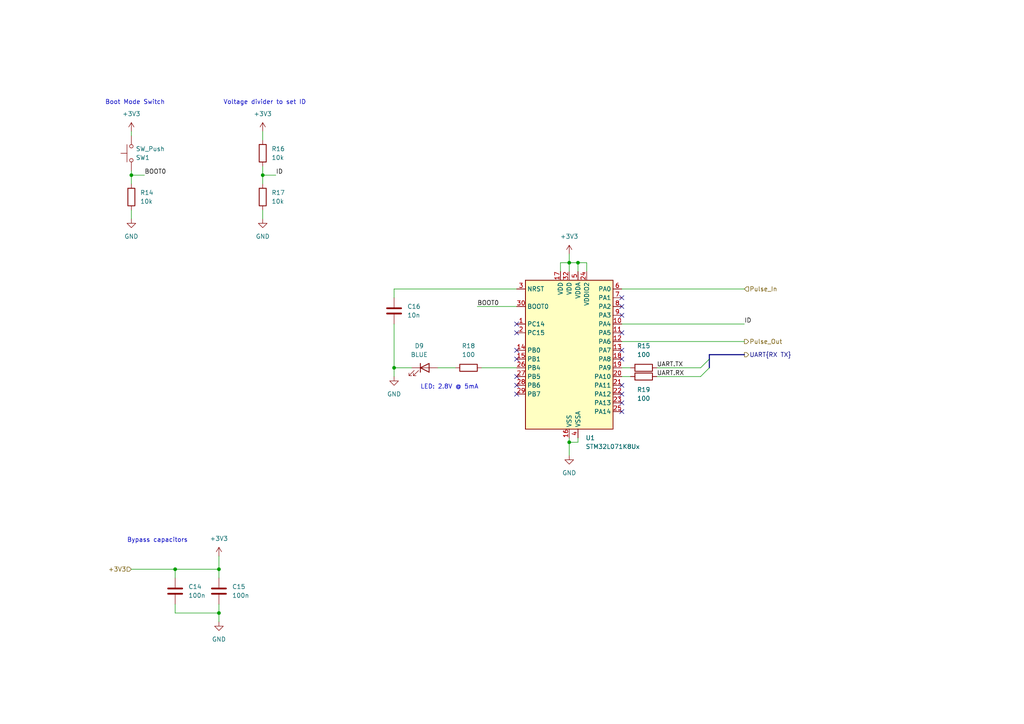
<source format=kicad_sch>
(kicad_sch (version 20230121) (generator eeschema)
  (paper "A4")
  (title_block (title "Processor") (rev "A") (company "Sebastian Oberschwendtner") (comment 1 "OTP-24 oTrain Control - Rail Transceiver") (comment 2 "www.github.com/SebastianOberschwendtner/OTP24-oTrainControl"))
  (lib_symbols
    (symbol "Device:C" (pin_numbers hide) (pin_names (offset 0.254))
      (property "Reference" "C" (at 0.635 2.54 0))
      (property "Value" "C" (at 0.635 -2.54 0))
      (symbol "C_0_1"
        (polyline (pts (xy -2.032 -0.762) (xy 2.032 -0.762)) (stroke (width 0.508)))
        (polyline (pts (xy -2.032 0.762) (xy 2.032 0.762)) (stroke (width 0.508)))
      )
      (symbol "C_1_1"
        (pin passive line (at 0 3.81 270) (length 2.794) (name "~") (number "1"))
        (pin passive line (at 0 -3.81 90) (length 2.794) (name "~") (number "2"))
      )
    )
    (symbol "Device:LED" (pin_numbers hide) (pin_names (offset 1.016) hide)
      (property "Reference" "D" (at 0 2.54 0))
      (property "Value" "LED" (at 0 -2.54 0))
      (symbol "LED_0_1"
        (polyline (pts (xy -1.27 -1.27) (xy -1.27 1.27)) (stroke (width 0.254)))
        (polyline (pts (xy -1.27 0) (xy 1.27 0)))
        (polyline (pts (xy 1.27 -1.27) (xy 1.27 1.27) (xy -1.27 0) (xy 1.27 -1.27)) (stroke (width 0.254)))
        (polyline (pts (xy -3.048 -0.762) (xy -4.572 -2.286) (xy -3.81 -2.286) (xy -4.572 -2.286) (xy -4.572 -1.524)))
        (polyline (pts (xy -1.778 -0.762) (xy -3.302 -2.286) (xy -2.54 -2.286) (xy -3.302 -2.286) (xy -3.302 -1.524)))
      )
      (symbol "LED_1_1"
        (pin passive line (at -3.81 0 0) (length 2.54) (name "K") (number "1"))
        (pin passive line (at 3.81 0 180) (length 2.54) (name "A") (number "2"))
      )
    )
    (symbol "Device:R" (pin_numbers hide) (pin_names (offset 0))
      (property "Reference" "R" (at 2.032 0 90))
      (property "Value" "R" (at 0 0 90))
      (symbol "R_0_1"
        (rectangle (start -1.016 -2.54) (end 1.016 2.54) (stroke (width 0.254)))
      )
      (symbol "R_1_1"
        (pin passive line (at 0 3.81 270) (length 1.27) (name "~") (number "1"))
        (pin passive line (at 0 -3.81 90) (length 1.27) (name "~") (number "2"))
      )
    )
    (symbol "MCU_ST_STM32L0:STM32L071K8Ux"
      (property "Reference" "U" (at -12.7 24.13 0))
      (property "Value" "STM32L071K8Ux" (at 7.62 24.13 0))
      (symbol "STM32L071K8Ux_0_1"
        (rectangle (start -12.7 -20.32) (end 12.7 22.86) (stroke (width 0.254)) (fill (type background)))
      )
      (symbol "STM32L071K8Ux_1_1"
        (pin bidirectional line (at -15.24 10.16 0) (length 2.54) (name "PC14") (number "1"))
        (pin bidirectional line (at 15.24 10.16 180) (length 2.54) (name "PA4") (number "10"))
        (pin bidirectional line (at 15.24 7.62 180) (length 2.54) (name "PA5") (number "11"))
        (pin bidirectional line (at 15.24 5.08 180) (length 2.54) (name "PA6") (number "12"))
        (pin bidirectional line (at 15.24 2.54 180) (length 2.54) (name "PA7") (number "13"))
        (pin bidirectional line (at -15.24 2.54 0) (length 2.54) (name "PB0") (number "14"))
        (pin bidirectional line (at -15.24 0 0) (length 2.54) (name "PB1") (number "15"))
        (pin power_in line (at 0 -22.86 90) (length 2.54) (name "VSS") (number "16"))
        (pin power_in line (at -2.54 25.4 270) (length 2.54) (name "VDD") (number "17"))
        (pin bidirectional line (at 15.24 0 180) (length 2.54) (name "PA8") (number "18"))
        (pin bidirectional line (at 15.24 -2.54 180) (length 2.54) (name "PA9") (number "19"))
        (pin bidirectional line (at -15.24 7.62 0) (length 2.54) (name "PC15") (number "2"))
        (pin bidirectional line (at 15.24 -5.08 180) (length 2.54) (name "PA10") (number "20"))
        (pin bidirectional line (at 15.24 -7.62 180) (length 2.54) (name "PA11") (number "21"))
        (pin bidirectional line (at 15.24 -10.16 180) (length 2.54) (name "PA12") (number "22"))
        (pin bidirectional line (at 15.24 -12.7 180) (length 2.54) (name "PA13") (number "23"))
        (pin power_in line (at 5.08 25.4 270) (length 2.54) (name "VDDIO2") (number "24"))
        (pin bidirectional line (at 15.24 -15.24 180) (length 2.54) (name "PA14") (number "25"))
        (pin bidirectional line (at -15.24 -2.54 0) (length 2.54) (name "PB4") (number "26"))
        (pin bidirectional line (at -15.24 -5.08 0) (length 2.54) (name "PB5") (number "27"))
        (pin bidirectional line (at -15.24 -7.62 0) (length 2.54) (name "PB6") (number "28"))
        (pin bidirectional line (at -15.24 -10.16 0) (length 2.54) (name "PB7") (number "29"))
        (pin input line (at -15.24 20.32 0) (length 2.54) (name "NRST") (number "3"))
        (pin input line (at -15.24 15.24 0) (length 2.54) (name "BOOT0") (number "30"))
        (pin passive line (at 0 -22.86 90) (length 2.54) hide (name "VSS") (number "31"))
        (pin power_in line (at 0 25.4 270) (length 2.54) (name "VDD") (number "32"))
        (pin passive line (at 0 -22.86 90) (length 2.54) hide (name "VSS") (number "33"))
        (pin power_in line (at 2.54 -22.86 90) (length 2.54) (name "VSSA") (number "4"))
        (pin power_in line (at 2.54 25.4 270) (length 2.54) (name "VDDA") (number "5"))
        (pin bidirectional line (at 15.24 20.32 180) (length 2.54) (name "PA0") (number "6"))
        (pin bidirectional line (at 15.24 17.78 180) (length 2.54) (name "PA1") (number "7"))
        (pin bidirectional line (at 15.24 15.24 180) (length 2.54) (name "PA2") (number "8"))
        (pin bidirectional line (at 15.24 12.7 180) (length 2.54) (name "PA3") (number "9"))
      )
    )
    (symbol "Switch:SW_Push" (pin_numbers hide) (pin_names (offset 1.016) hide)
      (property "Reference" "SW" (at 1.27 2.54 0))
      (property "Value" "SW_Push" (at 0 -1.524 0))
      (symbol "SW_Push_0_1"
        (circle (center -2.032 0) (radius 0.508))
        (polyline (pts (xy 0 1.27) (xy 0 3.048)))
        (polyline (pts (xy 2.54 1.27) (xy -2.54 1.27)))
        (circle (center 2.032 0) (radius 0.508))
        (pin passive line (at -5.08 0 0) (length 2.54) (name "1") (number "1"))
        (pin passive line (at 5.08 0 180) (length 2.54) (name "2") (number "2"))
      )
    )
    (symbol "power:+3V3" (power) (pin_names (offset 0))
      (property "Value" "+3V3" (at 0 3.556 0))
      (symbol "+3V3_0_1"
        (polyline (pts (xy -0.762 1.27) (xy 0 2.54)))
        (polyline (pts (xy 0 0) (xy 0 2.54)))
        (polyline (pts (xy 0 2.54) (xy 0.762 1.27)))
      )
      (symbol "+3V3_1_1"
        (pin power_in line (at 0 0 90) (length 0) hide (name "+3V3") (number "1"))
      )
    )
    (symbol "power:GND" (power) (pin_names (offset 0))
      (property "Value" "GND" (at 0 -3.81 0))
      (symbol "GND_0_1"
        (polyline (pts (xy 0 0) (xy 0 -1.27) (xy 1.27 -1.27) (xy 0 -2.54) (xy -1.27 -1.27) (xy 0 -1.27)))
      )
      (symbol "GND_1_1"
        (pin power_in line (at 0 0 270) (length 0) hide (name "GND") (number "1"))
      )
    )
  )
  (junction (at 63.5 165.1))
  (junction (at 63.5 177.8))
  (junction (at 167.64 76.2))
  (junction (at 165.1 128.27))
  (junction (at 114.3 106.68))
  (junction (at 50.8 165.1))
  (junction (at 76.2 50.8))
  (junction (at 165.1 76.2))
  (junction (at 38.1 50.8))
  (no_connect (at 149.86 101.6))
  (no_connect (at 180.34 116.84))
  (no_connect (at 180.34 91.44))
  (no_connect (at 149.86 96.52))
  (no_connect (at 149.86 93.98))
  (no_connect (at 149.86 104.14))
  (no_connect (at 180.34 86.36))
  (no_connect (at 180.34 101.6))
  (no_connect (at 180.34 114.3))
  (no_connect (at 180.34 111.76))
  (no_connect (at 180.34 119.38))
  (no_connect (at 180.34 96.52))
  (no_connect (at 149.86 109.22))
  (no_connect (at 149.86 111.76))
  (no_connect (at 149.86 114.3))
  (no_connect (at 180.34 104.14))
  (no_connect (at 180.34 88.9))
  (bus_entry (at 205.74 104.14) (size -2.54 2.54))
  (bus_entry (at 205.74 106.68) (size -2.54 2.54))
  (wire (pts (xy 50.8 175.26) (xy 50.8 177.8)))
  (wire (pts (xy 76.2 50.8) (xy 76.2 53.34)))
  (wire (pts (xy 170.18 78.74) (xy 170.18 76.2)))
  (wire (pts (xy 38.1 49.53) (xy 38.1 50.8)))
  (wire (pts (xy 180.34 109.22) (xy 182.88 109.22)))
  (wire (pts (xy 190.5 106.68) (xy 203.2 106.68)))
  (wire (pts (xy 63.5 177.8) (xy 50.8 177.8)))
  (wire (pts (xy 114.3 106.68) (xy 119.38 106.68)))
  (wire (pts (xy 114.3 106.68) (xy 114.3 109.22)))
  (wire (pts (xy 180.34 83.82) (xy 215.9 83.82)))
  (wire (pts (xy 167.64 128.27) (xy 165.1 128.27)))
  (wire (pts (xy 38.1 38.1) (xy 38.1 39.37)))
  (wire (pts (xy 76.2 60.96) (xy 76.2 63.5)))
  (wire (pts (xy 165.1 76.2) (xy 162.56 76.2)))
  (wire (pts (xy 38.1 60.96) (xy 38.1 63.5)))
  (wire (pts (xy 170.18 76.2) (xy 167.64 76.2)))
  (wire (pts (xy 138.43 88.9) (xy 149.86 88.9)))
  (wire (pts (xy 180.34 93.98) (xy 215.9 93.98)))
  (wire (pts (xy 167.64 78.74) (xy 167.64 76.2)))
  (wire (pts (xy 162.56 76.2) (xy 162.56 78.74)))
  (wire (pts (xy 50.8 165.1) (xy 50.8 167.64)))
  (bus (pts (xy 215.9 102.87) (xy 205.74 102.87)))
  (wire (pts (xy 165.1 73.66) (xy 165.1 76.2)))
  (wire (pts (xy 180.34 106.68) (xy 182.88 106.68)))
  (wire (pts (xy 165.1 78.74) (xy 165.1 76.2)))
  (wire (pts (xy 167.64 127) (xy 167.64 128.27)))
  (wire (pts (xy 63.5 165.1) (xy 63.5 167.64)))
  (wire (pts (xy 63.5 161.29) (xy 63.5 165.1)))
  (wire (pts (xy 63.5 177.8) (xy 63.5 180.34)))
  (wire (pts (xy 63.5 175.26) (xy 63.5 177.8)))
  (wire (pts (xy 114.3 83.82) (xy 149.86 83.82)))
  (wire (pts (xy 38.1 165.1) (xy 50.8 165.1)))
  (wire (pts (xy 76.2 38.1) (xy 76.2 40.64)))
  (bus (pts (xy 205.74 104.14) (xy 205.74 106.68)))
  (wire (pts (xy 180.34 99.06) (xy 215.9 99.06)))
  (wire (pts (xy 114.3 86.36) (xy 114.3 83.82)))
  (wire (pts (xy 38.1 50.8) (xy 41.91 50.8)))
  (wire (pts (xy 139.7 106.68) (xy 149.86 106.68)))
  (wire (pts (xy 165.1 127) (xy 165.1 128.27)))
  (wire (pts (xy 190.5 109.22) (xy 203.2 109.22)))
  (wire (pts (xy 76.2 48.26) (xy 76.2 50.8)))
  (wire (pts (xy 50.8 165.1) (xy 63.5 165.1)))
  (wire (pts (xy 165.1 128.27) (xy 165.1 132.08)))
  (bus (pts (xy 205.74 102.87) (xy 205.74 104.14)))
  (wire (pts (xy 167.64 76.2) (xy 165.1 76.2)))
  (wire (pts (xy 114.3 93.98) (xy 114.3 106.68)))
  (wire (pts (xy 80.01 50.8) (xy 76.2 50.8)))
  (wire (pts (xy 38.1 50.8) (xy 38.1 53.34)))
  (wire (pts (xy 127 106.68) (xy 132.08 106.68)))
  (text "Bypass capacitors" (at 36.83 157.48 0) (effects (font (size 1.27 1.27)) (justify left bottom)))
  (text "Voltage divider to set ID" (at 64.77 30.48 0) (effects (font (size 1.27 1.27)) (justify left bottom)))
  (text "Boot Mode Switch" (at 30.48 30.48 0) (effects (font (size 1.27 1.27)) (justify left bottom)))
  (text "LED: 2.8V @ 5mA" (at 121.92 113.03 0) (effects (font (size 1.27 1.27)) (justify left bottom)))
  (label "ID" (at 215.9 93.98 0))
  (label "ID" (at 80.01 50.8 0))
  (label "BOOT0" (at 138.43 88.9 0))
  (label "BOOT0" (at 41.91 50.8 0))
  (label "UART.TX" (at 190.5 106.68 0))
  (label "UART.RX" (at 190.5 109.22 0))
  (hierarchical_label "Pulse_In" (shape input) (at 215.9 83.82 0))
  (hierarchical_label "+3V3" (shape input) (at 38.1 165.1 180))
  (hierarchical_label "Pulse_Out" (shape output) (at 215.9 99.06 0))
  (hierarchical_label "UART{RX TX}" (shape output) (at 215.9 102.87 0))
  (symbol (lib_id "Device:C") (at 114.3 90.17 0) (unit 1)
    (property "Reference" "C16" (at 118.11 88.9 0) (effects (justify left)))
    (property "Value" "10n" (at 118.11 91.44 0) (effects (justify left)))
    (property "Footprint" "Capacitor_SMD:C_0805_2012Metric_Pad1.18x1.45mm_HandSolder" (effects hide))
  )
  (symbol (lib_id "power:+3V3") (at 63.5 161.29 0) (unit 1)
    (property "Reference" "#PWR028" (effects hide))
    (property "Value" "+3V3" (at 63.5 156.21 0))
  )
  (symbol (lib_id "Device:R") (at 76.2 44.45 180) (unit 1)
    (property "Reference" "R16" (at 78.74 43.18 0) (effects (justify right)))
    (property "Value" "10k" (at 78.74 45.72 0) (effects (justify right)))
    (property "Footprint" "Resistor_SMD:R_0805_2012Metric_Pad1.20x1.40mm_HandSolder" (effects hide))
  )
  (symbol (lib_id "power:GND") (at 114.3 109.22 0) (unit 1)
    (property "Reference" "#PWR027" (effects hide))
    (property "Value" "GND" (at 114.3 114.3 0))
  )
  (symbol (lib_id "Device:R") (at 135.89 106.68 270) (unit 1)
    (property "Reference" "R18" (at 135.89 100.33 90))
    (property "Value" "100" (at 135.89 102.87 90))
    (property "Footprint" "Resistor_SMD:R_0805_2012Metric_Pad1.20x1.40mm_HandSolder" (effects hide))
  )
  (symbol (lib_id "Device:R") (at 186.69 109.22 270) (unit 1)
    (property "Reference" "R19" (at 186.69 113.03 90))
    (property "Value" "100" (at 186.69 115.57 90))
    (property "Footprint" "Resistor_SMD:R_0805_2012Metric_Pad1.20x1.40mm_HandSolder" (effects hide))
  )
  (symbol (lib_id "power:+3V3") (at 165.1 73.66 0) (unit 1)
    (property "Reference" "#PWR029" (effects hide))
    (property "Value" "+3V3" (at 165.1 68.58 0))
  )
  (symbol (lib_id "Device:R") (at 186.69 106.68 270) (unit 1)
    (property "Reference" "R15" (at 186.69 100.33 90))
    (property "Value" "100" (at 186.69 102.87 90))
    (property "Footprint" "Resistor_SMD:R_0805_2012Metric_Pad1.20x1.40mm_HandSolder" (effects hide))
  )
  (symbol (lib_id "power:+3V3") (at 76.2 38.1 0) (unit 1)
    (property "Reference" "#PWR024" (effects hide))
    (property "Value" "+3V3" (at 76.2 33.02 0))
  )
  (symbol (lib_id "Switch:SW_Push") (at 38.1 44.45 90) (mirror x) (unit 1)
    (property "Reference" "SW1" (at 39.37 45.72 90) (effects (justify right)))
    (property "Value" "SW_Push" (at 39.37 43.18 90) (effects (justify right)))
    (property "Footprint" "Button_Switch_SMD_Extended:SW_SPST_Wuerth_WS-TASU_SMT" (effects hide))
  )
  (symbol (lib_id "power:GND") (at 63.5 180.34 0) (unit 1)
    (property "Reference" "#PWR026" (effects hide))
    (property "Value" "GND" (at 63.5 185.42 0))
  )
  (symbol (lib_id "Device:R") (at 76.2 57.15 180) (unit 1)
    (property "Reference" "R17" (at 78.74 55.88 0) (effects (justify right)))
    (property "Value" "10k" (at 78.74 58.42 0) (effects (justify right)))
    (property "Footprint" "Resistor_SMD:R_0805_2012Metric_Pad1.20x1.40mm_HandSolder" (effects hide))
  )
  (symbol (lib_id "power:+3V3") (at 38.1 38.1 0) (unit 1)
    (property "Reference" "#PWR023" (effects hide))
    (property "Value" "+3V3" (at 38.1 33.02 0))
  )
  (symbol (lib_id "power:GND") (at 76.2 63.5 0) (unit 1)
    (property "Reference" "#PWR025" (effects hide))
    (property "Value" "GND" (at 76.2 68.58 0))
  )
  (symbol (lib_id "Device:C") (at 63.5 171.45 0) (unit 1)
    (property "Reference" "C15" (at 67.31 170.18 0) (effects (justify left)))
    (property "Value" "100n" (at 67.31 172.72 0) (effects (justify left)))
    (property "Footprint" "Capacitor_SMD:C_0805_2012Metric_Pad1.18x1.45mm_HandSolder" (effects hide))
  )
  (symbol (lib_id "power:GND") (at 165.1 132.08 0) (unit 1)
    (property "Reference" "#PWR030" (effects hide))
    (property "Value" "GND" (at 165.1 137.16 0))
  )
  (symbol (lib_id "Device:C") (at 50.8 171.45 0) (unit 1)
    (property "Reference" "C14" (at 54.61 170.18 0) (effects (justify left)))
    (property "Value" "100n" (at 54.61 172.72 0) (effects (justify left)))
    (property "Footprint" "Capacitor_SMD:C_0805_2012Metric_Pad1.18x1.45mm_HandSolder" (effects hide))
  )
  (symbol (lib_id "Device:LED") (at 123.19 106.68 0) (unit 1)
    (property "Reference" "D9" (at 121.6025 100.33 0))
    (property "Value" "BLUE" (at 121.6025 102.87 0))
    (property "Footprint" "LED_SMD:LED_0603_1608Metric_Pad1.05x0.95mm_HandSolder" (effects hide))
  )
  (symbol (lib_id "MCU_ST_STM32L0:STM32L071K8Ux") (at 165.1 104.14 0) (unit 1)
    (property "Reference" "U1" (at 169.8341 127 0) (effects (justify left)))
    (property "Value" "STM32L071K8Ux" (at 169.8341 129.54 0) (effects (justify left)))
    (property "Footprint" "Package_DFN_QFN:QFN-32-1EP_5x5mm_P0.5mm_EP3.45x3.45mm" (effects hide))
    (property "Datasheet" "https://www.st.com/resource/en/datasheet/stm32l071k8.pdf" (effects hide))
  )
  (symbol (lib_id "power:GND") (at 38.1 63.5 0) (unit 1)
    (property "Reference" "#PWR022" (effects hide))
    (property "Value" "GND" (at 38.1 68.58 0))
  )
  (symbol (lib_id "Device:R") (at 38.1 57.15 0) (unit 1)
    (property "Reference" "R14" (at 40.64 55.88 0) (effects (justify left)))
    (property "Value" "10k" (at 40.64 58.42 0) (effects (justify left)))
    (property "Footprint" "Resistor_SMD:R_0805_2012Metric_Pad1.20x1.40mm_HandSolder" (effects hide))
  )
)
</source>
